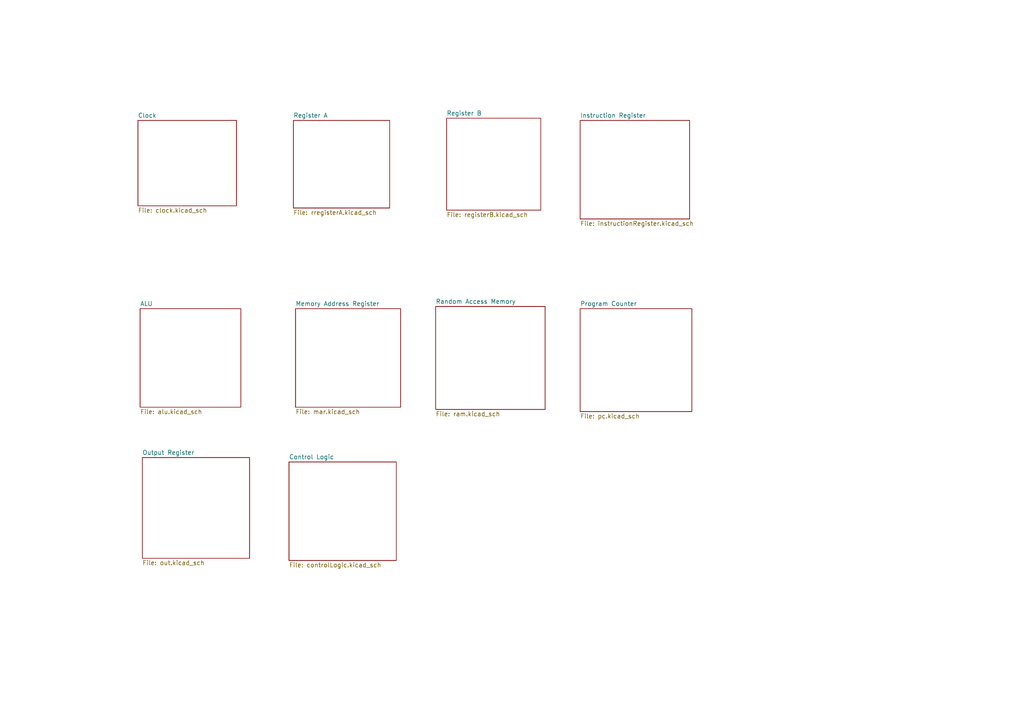
<source format=kicad_sch>
(kicad_sch (version 20211123) (generator eeschema)
  (paper "A4")
  (lib_symbols)
  (sheet (at 83.82 133.985) (size 31.115 28.575) (stroke (width 0.1524))
    (property "Sheet name" "Control Logic" (at 83.82 133.2734 0) (effects (justify left bottom)))
    (property "Sheet file" "controlLogic.kicad_sch" (at 83.82 163.1446 0) (effects (justify left top)))
  )
  (sheet (at 168.275 89.535) (size 32.385 29.845) (stroke (width 0.1524))
    (property "Sheet name" "Program Counter" (at 168.275 88.8234 0) (effects (justify left bottom)))
    (property "Sheet file" "pc.kicad_sch" (at 168.275 119.9646 0) (effects (justify left top)))
  )
  (sheet (at 41.275 132.715) (size 31.115 29.21) (stroke (width 0.1524))
    (property "Sheet name" "Output Register" (at 41.275 132.0034 0) (effects (justify left bottom)))
    (property "Sheet file" "out.kicad_sch" (at 41.275 162.5096 0) (effects (justify left top)))
  )
  (sheet (at 85.725 89.535) (size 30.48 28.575) (stroke (width 0.1524))
    (property "Sheet name" "Memory Address Register" (at 85.725 88.8234 0) (effects (justify left bottom)))
    (property "Sheet file" "mar.kicad_sch" (at 85.725 118.6946 0) (effects (justify left top)))
  )
  (sheet (at 168.275 34.925) (size 31.75 28.575) (stroke (width 0.1524))
    (property "Sheet name" "Instruction Register" (at 168.275 34.2134 0) (effects (justify left bottom)))
    (property "Sheet file" "instructionRegister.kicad_sch" (at 168.275 64.0846 0) (effects (justify left top)))
  )
  (sheet (at 40.64 89.535) (size 29.21 28.575) (stroke (width 0.1524))
    (property "Sheet name" "ALU" (at 40.64 88.8234 0) (effects (justify left bottom)))
    (property "Sheet file" "alu.kicad_sch" (at 40.64 118.6946 0) (effects (justify left top)))
  )
  (sheet (at 40.005 34.925) (size 28.575 24.765) (stroke (width 0.1524))
    (property "Sheet name" "Clock" (at 40.005 34.2134 0) (effects (justify left bottom)))
    (property "Sheet file" "clock.kicad_sch" (at 40.005 60.2746 0) (effects (justify left top)))
  )
  (sheet (at 85.09 34.925) (size 27.94 25.4) (stroke (width 0.1524))
    (property "Sheet name" "Register A" (at 85.09 34.2134 0) (effects (justify left bottom)))
    (property "Sheet file" "rregisterA.kicad_sch" (at 85.09 60.9096 0) (effects (justify left top)))
  )
  (sheet (at 126.365 88.9) (size 31.75 29.845) (stroke (width 0.1524))
    (property "Sheet name" "Random Access Memory" (at 126.365 88.1884 0) (effects (justify left bottom)))
    (property "Sheet file" "ram.kicad_sch" (at 126.365 119.3296 0) (effects (justify left top)))
  )
  (sheet (at 129.54 34.29) (size 27.305 26.67) (stroke (width 0.1524))
    (property "Sheet name" "Register B" (at 129.54 33.5784 0) (effects (justify left bottom)))
    (property "Sheet file" "registerB.kicad_sch" (at 129.54 61.5446 0) (effects (justify left top)))
  )
)
</source>
